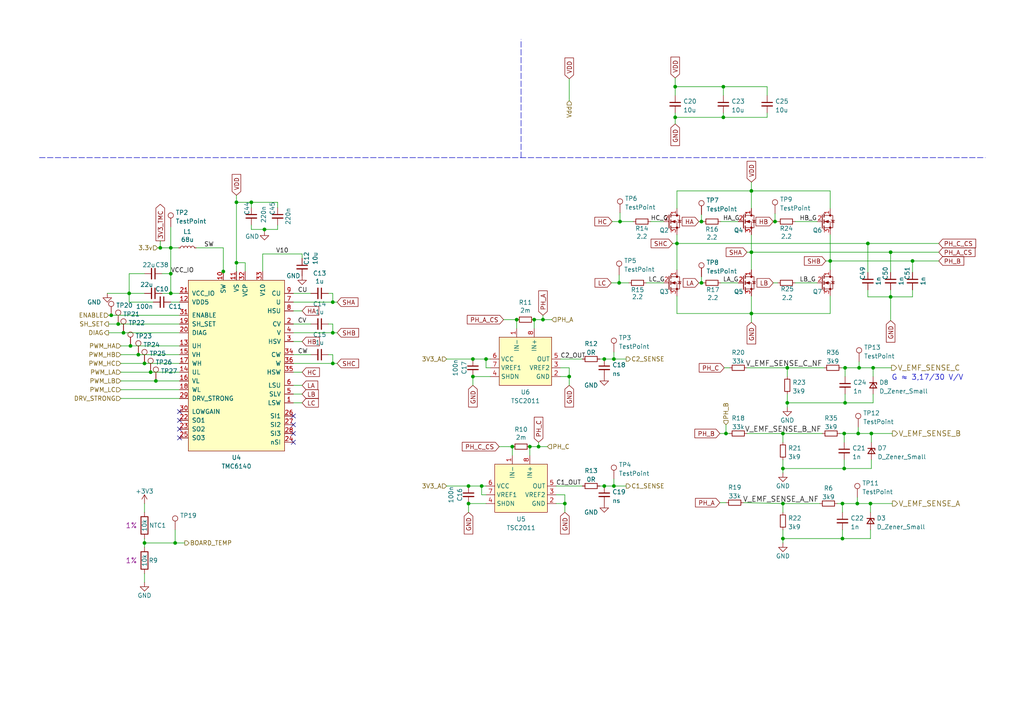
<source format=kicad_sch>
(kicad_sch (version 20211123) (generator eeschema)
  (paper "A4")
  (lib_symbols
    (symbol "Connector:TestPoint" (pin_numbers hide) (pin_names (offset 0.762) hide)
      (property "Reference" "TP" (at 0 6.858 0))
      (property "Value" "TestPoint" (at 0 5.08 0))
      (symbol "TestPoint_1_1"
        (pin passive line (at 0 0 90) (length 2.54) (name "1") (number "1"))
      )
    )
    (symbol "Device:C_Small" (pin_numbers hide) (pin_names (offset 0.254) hide)
      (property "Reference" "C" (at 0.254 1.778 0))
      (property "Value" "C_Small" (at 0.254 -2.032 0))
      (symbol "C_Small_1_1"
        (pin passive line (at 0 2.54 270) (length 2.032) (name "~") (number "1"))
        (pin passive line (at 0 -2.54 90) (length 2.032) (name "~") (number "2"))
      )
    )
    (symbol "Device:D_Zener_Small" (pin_numbers hide) (pin_names (offset 0.254) hide)
      (property "Reference" "D" (at 0 2.286 0))
      (property "Value" "D_Zener_Small" (at 0 -2.286 0))
      (symbol "D_Zener_Small_1_1"
        (pin passive line (at -2.54 0 0) (length 1.778) (name "K") (number "1"))
        (pin passive line (at 2.54 0 180) (length 1.778) (name "A") (number "2"))
      )
    )
    (symbol "Device:L_Small" (pin_numbers hide) (pin_names (offset 0.254) hide)
      (property "Reference" "L" (at 0.762 1.016 0))
      (property "Value" "L_Small" (at 0.762 -1.016 0))
      (symbol "L_Small_1_1"
        (pin passive line (at 0 2.54 270) (length 0.508) (name "~") (number "1"))
        (pin passive line (at 0 -2.54 90) (length 0.508) (name "~") (number "2"))
      )
    )
    (symbol "Device:R_Small" (pin_numbers hide) (pin_names (offset 0.254) hide)
      (property "Reference" "R" (at 0.762 0.508 0))
      (property "Value" "R_Small" (at 0.762 -1.016 0))
      (symbol "R_Small_1_1"
        (pin passive line (at 0 2.54 270) (length 0.762) (name "~") (number "1"))
        (pin passive line (at 0 -2.54 90) (length 0.762) (name "~") (number "2"))
      )
    )
    (symbol "MotCtrl-rescue:+3.3V" (power) (pin_names (offset 0))
      (property "Value" "+3.3V" (at 0 3.556 0))
      (symbol "+3.3V_1_1"
        (pin power_in line (at 0 0 90) (length 0) hide (name "+3V3") (number "1"))
      )
    )
    (symbol "MotCtrl-rescue:GND" (power) (pin_names (offset 0))
      (property "Value" "GND" (at 0 -3.81 0))
      (symbol "GND_1_1"
        (pin power_in line (at 0 0 270) (length 0) hide (name "GND") (number "1"))
      )
    )
    (symbol "MotCtrl-rescue:R" (pin_numbers hide) (pin_names (offset 0))
      (property "Reference" "R" (at 2.032 0 90))
      (property "Value" "R" (at 0 0 90))
      (symbol "R_1_1"
        (pin passive line (at 0 3.81 270) (length 1.27) (name "~") (number "1"))
        (pin passive line (at 0 -3.81 90) (length 1.27) (name "~") (number "2"))
      )
    )
    (symbol "MyLibrary:NMOS_Small" (pin_names (offset 0) hide)
      (property "Reference" "Q" (at 5.08 1.27 0))
      (property "Value" "MyLibrary_NMOS_Small" (at 5.08 -1.27 0))
      (symbol "NMOS_Small_1_1"
        (pin passive line (at 2.54 3.81 270) (length 2.286) (name "D") (number "1"))
        (pin input line (at -1.27 0 0) (length 1.524) (name "G") (number "2"))
        (pin passive line (at 2.54 -3.81 90) (length 2.286) (name "S") (number "3"))
      )
    )
    (symbol "MyLibrary_PMSM:TMC6140" (pin_names (offset 1.016))
      (property "Reference" "U4" (at 0 -27.2542 0))
      (property "Value" "TMC6140" (at 0 -29.5656 0))
      (symbol "TMC6140_1_1"
        (pin input line (at 16.51 -11.43 180) (length 2.54) (name "LSW") (number "1"))
        (pin input line (at -3.81 26.67 270) (length 2.54) (name "SW") (number "10"))
        (pin input line (at 0 26.67 270) (length 2.54) (name "VS") (number "11"))
        (pin input line (at -16.51 17.78 0) (length 2.54) (name "VDD5") (number "12"))
        (pin input line (at -16.51 5.08 0) (length 2.54) (name "UH") (number "13"))
        (pin input line (at -16.51 -2.54 0) (length 2.54) (name "UL") (number "14"))
        (pin input line (at -16.51 2.54 0) (length 2.54) (name "VH") (number "15"))
        (pin input line (at -16.51 -5.08 0) (length 2.54) (name "VL") (number "16"))
        (pin input line (at -16.51 0 0) (length 2.54) (name "WH") (number "17"))
        (pin input line (at -16.51 -7.62 0) (length 2.54) (name "WL") (number "18"))
        (pin input line (at -16.51 11.43 0) (length 2.54) (name "SH_SET") (number "19"))
        (pin input line (at 16.51 11.43 180) (length 2.54) (name "CV") (number "2"))
        (pin input line (at -16.51 8.89 0) (length 2.54) (name "DIAG") (number "20"))
        (pin input line (at -16.51 20.32 0) (length 2.54) (name "VCC_IO") (number "21"))
        (pin input line (at -16.51 -16.51 0) (length 2.54) (name "SO1") (number "22"))
        (pin input line (at -16.51 -19.05 0) (length 2.54) (name "SO2") (number "23"))
        (pin input line (at 16.51 -22.86 180) (length 2.54) (name "nSI") (number "24"))
        (pin input line (at -16.51 -21.59 0) (length 2.54) (name "SO3") (number "25"))
        (pin input line (at 16.51 -15.24 180) (length 2.54) (name "SI1") (number "26"))
        (pin input line (at 16.51 -17.78 180) (length 2.54) (name "SI2") (number "27"))
        (pin input line (at 16.51 -20.32 180) (length 2.54) (name "SI3") (number "28"))
        (pin input line (at -16.51 -10.16 0) (length 2.54) (name "DRV_STRONG") (number "29"))
        (pin input line (at 16.51 6.35 180) (length 2.54) (name "HSV") (number "3"))
        (pin input line (at -16.51 -13.97 0) (length 2.54) (name "LOWGAIN") (number "30"))
        (pin input line (at -16.51 13.97 0) (length 2.54) (name "ENABLE") (number "31"))
        (pin input line (at 2.54 26.67 270) (length 2.54) (name "VCP") (number "32"))
        (pin input line (at 7.62 26.67 270) (length 2.54) (name "V10") (number "33"))
        (pin input line (at 16.51 2.54 180) (length 2.54) (name "CW") (number "34"))
        (pin input line (at 16.51 -2.54 180) (length 2.54) (name "HSW") (number "35"))
        (pin input line (at 16.51 0 180) (length 2.54) (name "W") (number "36"))
        (pin input line (at 16.51 8.89 180) (length 2.54) (name "V") (number "4"))
        (pin input line (at 16.51 -8.89 180) (length 2.54) (name "SLV") (number "5"))
        (pin input line (at 16.51 -6.35 180) (length 2.54) (name "LSU") (number "6"))
        (pin input line (at 16.51 17.78 180) (length 2.54) (name "U") (number "7"))
        (pin input line (at 16.51 15.24 180) (length 2.54) (name "HSU") (number "8"))
        (pin input line (at 16.51 20.32 180) (length 2.54) (name "CU") (number "9"))
      )
    )
    (symbol "MyLibrary_PMSM:TSC2011"
      (property "Reference" "U" (at 6.35 5.08 0))
      (property "Value" "TSC2011" (at 0 -11.43 0))
      (symbol "TSC2011_1_1"
        (pin input line (at -2.54 6.35 270) (length 2.54) (name "IN-") (number "1"))
        (pin input line (at 10.16 -7.62 180) (length 2.54) (name "GND") (number "2"))
        (pin input line (at 10.16 -5.08 180) (length 2.54) (name "VREF2") (number "3"))
        (pin input line (at -10.16 -7.62 0) (length 2.54) (name "SHDN") (number "4"))
        (pin input line (at 10.16 -2.54 180) (length 2.54) (name "OUT") (number "5"))
        (pin input line (at -10.16 -2.54 0) (length 2.54) (name "VCC") (number "6"))
        (pin input line (at -10.16 -5.08 0) (length 2.54) (name "VREF1") (number "7"))
        (pin input line (at 2.54 6.35 270) (length 2.54) (name "IN+") (number "8"))
      )
    )
    (symbol "power:GND" (power) (pin_names (offset 0))
      (property "Value" "GND" (at 0 -3.81 0))
      (symbol "GND_1_1"
        (pin power_in line (at 0 0 270) (length 0) hide (name "GND") (number "1"))
      )
    )
  )
  (junction (at 68.58 76.2))
  (junction (at 196.342 70.612))
  (junction (at 140.97 104.14))
  (junction (at 203.454 64.262))
  (junction (at 248.92 125.73))
  (junction (at 137.16 104.14))
  (junction (at 244.348 156.21))
  (junction (at 35.814 96.52))
  (junction (at 209.804 25.146))
  (junction (at 76.708 66.548))
  (junction (at 178.054 104.14))
  (junction (at 68.58 58.674))
  (junction (at 41.91 157.48))
  (junction (at 175.26 104.14))
  (junction (at 165.1 109.22))
  (junction (at 179.832 64.262))
  (junction (at 252.476 146.05))
  (junction (at 175.26 140.97))
  (junction (at 41.91 105.41))
  (junction (at 139.7 140.97))
  (junction (at 264.668 75.692))
  (junction (at 43.688 107.95))
  (junction (at 148.59 129.54))
  (junction (at 252.73 125.73))
  (junction (at 224.79 64.262))
  (junction (at 258.318 86.106))
  (junction (at 227.076 125.73))
  (junction (at 210.566 125.73))
  (junction (at 149.86 92.71))
  (junction (at 253.238 106.68))
  (junction (at 32.258 91.44))
  (junction (at 153.67 129.54))
  (junction (at 179.578 82.042))
  (junction (at 72.898 58.674))
  (junction (at 135.89 140.97))
  (junction (at 157.48 92.71))
  (junction (at 96.52 105.41))
  (junction (at 37.465 85.09))
  (junction (at 50.8 157.48))
  (junction (at 163.83 146.05))
  (junction (at 45.212 110.49))
  (junction (at 64.77 78.74))
  (junction (at 244.856 135.89))
  (junction (at 248.666 146.05))
  (junction (at 49.53 79.375))
  (junction (at 217.932 90.932))
  (junction (at 96.52 96.52))
  (junction (at 34.29 93.98))
  (junction (at 37.846 100.33))
  (junction (at 217.932 55.372))
  (junction (at 49.53 71.882))
  (junction (at 156.21 129.54))
  (junction (at 227.076 146.05))
  (junction (at 245.11 106.68))
  (junction (at 203.454 82.042))
  (junction (at 258.318 73.152))
  (junction (at 217.932 73.152))
  (junction (at 209.804 34.036))
  (junction (at 227.076 135.89))
  (junction (at 96.52 87.63))
  (junction (at 251.714 70.612))
  (junction (at 228.346 116.84))
  (junction (at 195.834 34.036))
  (junction (at 49.53 85.09))
  (junction (at 249.174 106.68))
  (junction (at 244.856 125.73))
  (junction (at 195.834 25.146))
  (junction (at 137.16 109.22))
  (junction (at 240.792 75.692))
  (junction (at 245.11 116.84))
  (junction (at 40.132 102.87))
  (junction (at 244.348 146.05))
  (junction (at 178.054 140.97))
  (junction (at 154.94 92.71))
  (junction (at 46.482 71.882))
  (junction (at 135.89 146.05))
  (junction (at 228.346 106.68))
  (junction (at 227.076 156.21))
  (no_connect (at 85.09 120.65))
  (no_connect (at 52.07 121.92))
  (no_connect (at 52.07 119.38))
  (no_connect (at 85.09 128.27))
  (no_connect (at 52.07 124.46))
  (no_connect (at 85.09 123.19))
  (no_connect (at 52.07 127))
  (no_connect (at 85.09 125.73))
  (polyline (pts (xy 151.13 45.72) (xy 151.13 11.43)))
  (wire (pts (xy 228.346 116.84) (xy 228.346 118.11)))
  (wire (pts (xy 68.58 58.674) (xy 72.898 58.674)))
  (wire (pts (xy 264.668 75.692) (xy 272.288 75.692)))
  (wire (pts (xy 31.496 91.44) (xy 32.258 91.44)))
  (wire (pts (xy 71.12 78.74) (xy 71.12 76.2)))
  (wire (pts (xy 209.804 25.146) (xy 195.834 25.146)))
  (wire (pts (xy 37.465 85.09) (xy 31.115 85.09)))
  (wire (pts (xy 46.482 71.882) (xy 49.53 71.882)))
  (wire (pts (xy 95.25 102.87) (xy 96.52 102.87)))
  (wire (pts (xy 244.348 153.67) (xy 244.348 156.21)))
  (wire (pts (xy 163.83 143.51) (xy 163.83 146.05)))
  (wire (pts (xy 72.898 65.278) (xy 72.898 66.548)))
  (wire (pts (xy 137.16 104.14) (xy 140.97 104.14)))
  (wire (pts (xy 35.052 110.49) (xy 45.212 110.49)))
  (wire (pts (xy 37.465 79.375) (xy 37.465 85.09)))
  (wire (pts (xy 227.076 135.89) (xy 244.856 135.89)))
  (wire (pts (xy 228.346 106.68) (xy 239.014 106.68)))
  (wire (pts (xy 177.292 82.042) (xy 179.578 82.042)))
  (wire (pts (xy 165.1 109.22) (xy 162.56 109.22)))
  (wire (pts (xy 80.518 65.278) (xy 80.518 66.548)))
  (wire (pts (xy 215.646 145.796) (xy 227.076 146.05)))
  (wire (pts (xy 227.076 156.21) (xy 227.076 157.48)))
  (wire (pts (xy 129.54 140.97) (xy 135.89 140.97)))
  (wire (pts (xy 49.53 71.882) (xy 51.816 71.882)))
  (wire (pts (xy 31.496 93.98) (xy 34.29 93.98)))
  (wire (pts (xy 35.052 100.33) (xy 37.846 100.33)))
  (wire (pts (xy 245.11 116.84) (xy 253.238 116.84)))
  (wire (pts (xy 96.52 93.98) (xy 96.52 96.52)))
  (wire (pts (xy 258.318 86.106) (xy 258.318 92.964)))
  (wire (pts (xy 252.476 146.05) (xy 252.476 148.59)))
  (wire (pts (xy 244.348 146.05) (xy 248.666 146.05)))
  (wire (pts (xy 163.83 146.05) (xy 163.83 148.59)))
  (wire (pts (xy 244.856 125.73) (xy 244.856 128.27)))
  (wire (pts (xy 165.1 109.22) (xy 165.1 111.76)))
  (wire (pts (xy 90.17 102.87) (xy 85.09 102.87)))
  (wire (pts (xy 49.53 85.09) (xy 46.99 85.09)))
  (wire (pts (xy 224.282 64.262) (xy 224.79 64.262)))
  (wire (pts (xy 203.962 64.262) (xy 203.454 64.262)))
  (wire (pts (xy 135.89 146.05) (xy 135.89 148.59)))
  (wire (pts (xy 32.258 91.44) (xy 52.07 91.44)))
  (wire (pts (xy 179.832 64.262) (xy 177.546 64.262)))
  (wire (pts (xy 64.77 71.882) (xy 64.77 78.74)))
  (wire (pts (xy 34.29 93.98) (xy 52.07 93.98)))
  (wire (pts (xy 239.522 75.692) (xy 240.792 75.692)))
  (wire (pts (xy 196.342 90.932) (xy 217.932 90.932)))
  (wire (pts (xy 175.26 140.97) (xy 178.054 140.97)))
  (wire (pts (xy 146.05 92.71) (xy 149.86 92.71)))
  (wire (pts (xy 217.932 90.932) (xy 240.792 90.932)))
  (wire (pts (xy 210.058 106.68) (xy 211.582 106.68)))
  (wire (pts (xy 85.09 105.41) (xy 96.52 105.41)))
  (wire (pts (xy 35.052 105.41) (xy 41.91 105.41)))
  (wire (pts (xy 258.318 86.106) (xy 264.668 86.106)))
  (wire (pts (xy 52.07 85.09) (xy 49.53 85.09)))
  (wire (pts (xy 248.666 146.05) (xy 252.476 146.05)))
  (wire (pts (xy 244.348 146.05) (xy 244.348 148.59)))
  (wire (pts (xy 253.238 114.3) (xy 253.238 116.84)))
  (wire (pts (xy 203.962 82.042) (xy 203.454 82.042)))
  (wire (pts (xy 64.77 78.74) (xy 64.77 78.994)))
  (wire (pts (xy 178.054 140.97) (xy 181.61 140.97)))
  (wire (pts (xy 142.24 106.68) (xy 140.97 106.68)))
  (wire (pts (xy 162.56 106.68) (xy 165.1 106.68)))
  (wire (pts (xy 85.09 90.17) (xy 87.63 90.17)))
  (wire (pts (xy 196.342 70.612) (xy 196.342 78.232)))
  (wire (pts (xy 245.11 114.3) (xy 245.11 116.84)))
  (polyline (pts (xy 11.43 45.72) (xy 285.75 45.72)))
  (wire (pts (xy 227.076 146.05) (xy 227.076 148.59)))
  (wire (pts (xy 224.79 64.262) (xy 225.552 64.262)))
  (wire (pts (xy 178.054 102.108) (xy 178.054 104.14)))
  (wire (pts (xy 252.476 146.05) (xy 258.826 146.05)))
  (wire (pts (xy 165.1 106.68) (xy 165.1 109.22)))
  (wire (pts (xy 196.342 68.072) (xy 196.342 70.612)))
  (wire (pts (xy 41.91 79.375) (xy 37.465 79.375)))
  (wire (pts (xy 178.054 104.14) (xy 181.61 104.14)))
  (wire (pts (xy 72.898 66.548) (xy 76.708 66.548)))
  (wire (pts (xy 245.11 106.68) (xy 245.11 109.22)))
  (wire (pts (xy 41.91 168.91) (xy 41.91 166.37)))
  (wire (pts (xy 248.92 125.73) (xy 252.73 125.73)))
  (wire (pts (xy 244.856 133.35) (xy 244.856 135.89)))
  (wire (pts (xy 41.91 157.48) (xy 50.8 157.48)))
  (wire (pts (xy 45.212 110.49) (xy 52.07 110.49)))
  (wire (pts (xy 85.09 116.84) (xy 87.63 116.84)))
  (wire (pts (xy 251.714 84.074) (xy 251.714 86.106)))
  (wire (pts (xy 227.076 146.05) (xy 237.744 146.05)))
  (wire (pts (xy 153.67 129.54) (xy 156.21 129.54)))
  (wire (pts (xy 35.052 102.87) (xy 40.132 102.87)))
  (wire (pts (xy 208.788 125.73) (xy 210.566 125.73)))
  (wire (pts (xy 183.642 64.262) (xy 179.832 64.262)))
  (wire (pts (xy 135.89 146.05) (xy 140.97 146.05)))
  (wire (pts (xy 157.48 91.44) (xy 157.48 92.71)))
  (wire (pts (xy 43.688 107.95) (xy 52.07 107.95)))
  (wire (pts (xy 49.53 87.63) (xy 52.07 87.63)))
  (wire (pts (xy 87.63 73.66) (xy 87.63 74.93)))
  (wire (pts (xy 46.482 69.85) (xy 46.482 71.882)))
  (wire (pts (xy 209.042 64.262) (xy 214.122 64.262)))
  (wire (pts (xy 224.282 82.042) (xy 225.552 82.042)))
  (wire (pts (xy 154.94 92.71) (xy 154.94 95.25)))
  (wire (pts (xy 258.318 73.152) (xy 272.288 73.152)))
  (wire (pts (xy 31.496 96.52) (xy 35.814 96.52)))
  (wire (pts (xy 224.79 61.976) (xy 224.79 64.262)))
  (wire (pts (xy 179.578 79.756) (xy 179.578 82.042)))
  (wire (pts (xy 244.856 125.73) (xy 248.92 125.73)))
  (wire (pts (xy 173.99 140.97) (xy 175.26 140.97)))
  (wire (pts (xy 209.804 32.766) (xy 209.804 34.036)))
  (wire (pts (xy 195.834 34.036) (xy 209.804 34.036)))
  (wire (pts (xy 195.834 32.766) (xy 195.834 34.036)))
  (wire (pts (xy 76.2 73.66) (xy 87.63 73.66)))
  (wire (pts (xy 37.465 85.09) (xy 41.91 85.09)))
  (wire (pts (xy 227.076 156.21) (xy 244.348 156.21)))
  (wire (pts (xy 244.094 106.68) (xy 245.11 106.68)))
  (wire (pts (xy 41.91 146.05) (xy 41.91 148.59)))
  (wire (pts (xy 240.792 68.072) (xy 240.792 75.692)))
  (wire (pts (xy 251.714 70.612) (xy 272.288 70.612)))
  (wire (pts (xy 228.346 106.68) (xy 228.346 109.22)))
  (wire (pts (xy 217.932 55.372) (xy 217.932 60.452)))
  (wire (pts (xy 165.1 22.86) (xy 165.1 29.21)))
  (wire (pts (xy 228.346 114.3) (xy 228.346 116.84)))
  (wire (pts (xy 163.83 146.05) (xy 161.29 146.05)))
  (wire (pts (xy 41.91 157.48) (xy 41.91 158.75)))
  (wire (pts (xy 264.668 84.074) (xy 264.668 86.106)))
  (wire (pts (xy 248.92 123.952) (xy 248.92 125.73)))
  (wire (pts (xy 195.072 70.612) (xy 196.342 70.612)))
  (wire (pts (xy 251.714 78.994) (xy 251.714 70.612)))
  (wire (pts (xy 227.076 125.73) (xy 227.076 128.27)))
  (wire (pts (xy 217.932 73.152) (xy 258.318 73.152)))
  (wire (pts (xy 217.932 55.372) (xy 240.792 55.372)))
  (wire (pts (xy 196.342 70.612) (xy 251.714 70.612)))
  (wire (pts (xy 161.29 140.97) (xy 168.91 140.97)))
  (wire (pts (xy 40.132 102.87) (xy 52.07 102.87)))
  (wire (pts (xy 203.454 80.264) (xy 203.454 82.042)))
  (wire (pts (xy 240.792 90.932) (xy 240.792 85.852)))
  (wire (pts (xy 72.898 58.674) (xy 72.898 60.198)))
  (wire (pts (xy 50.8 157.48) (xy 53.594 157.48)))
  (wire (pts (xy 139.7 140.97) (xy 140.97 140.97)))
  (wire (pts (xy 258.318 84.074) (xy 258.318 86.106)))
  (wire (pts (xy 227.076 153.67) (xy 227.076 156.21)))
  (wire (pts (xy 187.452 82.042) (xy 192.532 82.042)))
  (wire (pts (xy 46.99 79.375) (xy 49.53 79.375)))
  (wire (pts (xy 209.804 25.146) (xy 222.504 25.146)))
  (wire (pts (xy 85.09 96.52) (xy 96.52 96.52)))
  (wire (pts (xy 244.856 135.89) (xy 252.73 135.89)))
  (wire (pts (xy 49.53 65.786) (xy 49.53 71.882)))
  (wire (pts (xy 49.53 79.375) (xy 49.53 71.882)))
  (wire (pts (xy 96.52 85.09) (xy 96.52 87.63)))
  (wire (pts (xy 156.21 128.27) (xy 156.21 129.54)))
  (wire (pts (xy 216.662 125.73) (xy 227.076 125.73)))
  (wire (pts (xy 203.454 64.262) (xy 202.692 64.262)))
  (wire (pts (xy 252.73 133.35) (xy 252.73 135.89)))
  (wire (pts (xy 242.824 146.05) (xy 244.348 146.05)))
  (wire (pts (xy 76.708 66.548) (xy 80.518 66.548)))
  (wire (pts (xy 76.708 66.548) (xy 76.708 67.056)))
  (wire (pts (xy 230.632 82.042) (xy 236.982 82.042)))
  (wire (pts (xy 217.932 68.072) (xy 217.932 73.152)))
  (wire (pts (xy 209.804 34.036) (xy 222.504 34.036)))
  (wire (pts (xy 139.7 140.97) (xy 139.7 143.51)))
  (wire (pts (xy 148.59 129.54) (xy 148.59 132.08)))
  (wire (pts (xy 56.896 71.882) (xy 64.77 71.882)))
  (wire (pts (xy 209.804 25.146) (xy 209.804 27.686)))
  (wire (pts (xy 228.346 116.84) (xy 245.11 116.84)))
  (wire (pts (xy 35.052 115.57) (xy 52.07 115.57)))
  (wire (pts (xy 95.25 93.98) (xy 96.52 93.98)))
  (wire (pts (xy 217.932 85.852) (xy 217.932 90.932)))
  (wire (pts (xy 252.476 153.67) (xy 252.476 156.21)))
  (wire (pts (xy 162.56 104.14) (xy 168.91 104.14)))
  (wire (pts (xy 85.09 87.63) (xy 96.52 87.63)))
  (wire (pts (xy 68.58 56.642) (xy 68.58 58.674)))
  (wire (pts (xy 253.238 106.68) (xy 253.238 109.22)))
  (wire (pts (xy 243.586 125.73) (xy 244.856 125.73)))
  (wire (pts (xy 140.97 104.14) (xy 142.24 104.14)))
  (wire (pts (xy 85.09 111.76) (xy 87.63 111.76)))
  (wire (pts (xy 68.58 76.2) (xy 68.58 78.74)))
  (wire (pts (xy 179.832 61.722) (xy 179.832 64.262)))
  (wire (pts (xy 240.792 75.692) (xy 240.792 78.232)))
  (wire (pts (xy 240.792 55.372) (xy 240.792 60.452)))
  (wire (pts (xy 96.52 87.63) (xy 97.79 87.63)))
  (wire (pts (xy 217.932 93.472) (xy 217.932 90.932)))
  (wire (pts (xy 188.722 64.262) (xy 192.532 64.262)))
  (wire (pts (xy 140.97 143.51) (xy 139.7 143.51)))
  (wire (pts (xy 222.504 34.036) (xy 222.504 32.766)))
  (wire (pts (xy 37.846 100.33) (xy 52.07 100.33)))
  (wire (pts (xy 35.052 107.95) (xy 43.688 107.95)))
  (wire (pts (xy 71.12 76.2) (xy 68.58 76.2)))
  (wire (pts (xy 210.566 123.19) (xy 210.566 125.73)))
  (wire (pts (xy 210.566 125.73) (xy 211.582 125.73)))
  (wire (pts (xy 137.16 109.22) (xy 137.16 111.76)))
  (wire (pts (xy 227.076 125.73) (xy 238.506 125.73)))
  (wire (pts (xy 96.52 105.41) (xy 97.79 105.41)))
  (wire (pts (xy 95.25 85.09) (xy 96.52 85.09)))
  (wire (pts (xy 253.238 106.68) (xy 258.572 106.68)))
  (wire (pts (xy 96.52 102.87) (xy 96.52 105.41)))
  (wire (pts (xy 227.076 133.35) (xy 227.076 135.89)))
  (wire (pts (xy 96.52 96.52) (xy 97.79 96.52)))
  (wire (pts (xy 85.09 107.95) (xy 87.63 107.95)))
  (wire (pts (xy 154.94 92.71) (xy 157.48 92.71)))
  (wire (pts (xy 175.26 104.14) (xy 178.054 104.14)))
  (wire (pts (xy 44.45 87.63) (xy 37.465 87.63)))
  (wire (pts (xy 135.89 140.97) (xy 139.7 140.97)))
  (wire (pts (xy 90.17 93.98) (xy 85.09 93.98)))
  (wire (pts (xy 72.898 58.674) (xy 80.518 58.674)))
  (wire (pts (xy 41.91 156.21) (xy 41.91 157.48)))
  (wire (pts (xy 41.91 105.41) (xy 52.07 105.41)))
  (wire (pts (xy 227.076 135.89) (xy 227.076 137.16)))
  (wire (pts (xy 50.8 153.67) (xy 50.8 157.48)))
  (wire (pts (xy 195.834 25.146) (xy 195.834 27.686)))
  (wire (pts (xy 173.99 104.14) (xy 175.26 104.14)))
  (wire (pts (xy 153.67 129.54) (xy 153.67 132.08)))
  (wire (pts (xy 37.465 87.63) (xy 37.465 85.09)))
  (wire (pts (xy 196.342 85.852) (xy 196.342 90.932)))
  (wire (pts (xy 144.78 129.54) (xy 148.59 129.54)))
  (wire (pts (xy 258.318 73.152) (xy 258.318 78.994)))
  (wire (pts (xy 230.632 64.262) (xy 236.982 64.262)))
  (wire (pts (xy 252.73 125.73) (xy 258.826 125.73)))
  (wire (pts (xy 248.666 144.272) (xy 248.666 146.05)))
  (wire (pts (xy 195.834 22.606) (xy 195.834 25.146)))
  (wire (pts (xy 161.29 143.51) (xy 163.83 143.51)))
  (wire (pts (xy 264.668 78.994) (xy 264.668 75.692)))
  (wire (pts (xy 209.042 82.042) (xy 214.122 82.042)))
  (wire (pts (xy 245.11 106.68) (xy 249.174 106.68)))
  (wire (pts (xy 226.568 156.21) (xy 227.076 156.21)))
  (wire (pts (xy 251.714 86.106) (xy 258.318 86.106)))
  (wire (pts (xy 252.73 125.73) (xy 252.73 128.27)))
  (wire (pts (xy 76.2 73.66) (xy 76.2 78.74)))
  (wire (pts (xy 80.518 58.674) (xy 80.518 60.198)))
  (wire (pts (xy 217.932 52.832) (xy 217.932 55.372)))
  (wire (pts (xy 35.814 96.52) (xy 52.07 96.52)))
  (wire (pts (xy 68.58 58.674) (xy 68.58 76.2)))
  (wire (pts (xy 240.792 75.692) (xy 264.668 75.692)))
  (wire (pts (xy 85.09 99.06) (xy 87.63 99.06)))
  (wire (pts (xy 249.174 104.902) (xy 249.174 106.68)))
  (wire (pts (xy 129.54 104.14) (xy 137.16 104.14)))
  (wire (pts (xy 90.17 85.09) (xy 85.09 85.09)))
  (wire (pts (xy 140.97 104.14) (xy 140.97 106.68)))
  (wire (pts (xy 45.72 71.882) (xy 46.482 71.882)))
  (wire (pts (xy 137.16 109.22) (xy 142.24 109.22)))
  (wire (pts (xy 203.454 62.23) (xy 203.454 64.262)))
  (wire (pts (xy 196.342 60.452) (xy 196.342 55.372)))
  (wire (pts (xy 35.052 113.03) (xy 52.07 113.03)))
  (wire (pts (xy 203.454 82.042) (xy 202.692 82.042)))
  (wire (pts (xy 149.86 92.71) (xy 149.86 95.25)))
  (wire (pts (xy 178.054 138.938) (xy 178.054 140.97)))
  (wire (pts (xy 49.53 85.09) (xy 49.53 79.375)))
  (wire (pts (xy 216.662 106.68) (xy 228.346 106.68)))
  (wire (pts (xy 222.504 27.686) (xy 222.504 25.146)))
  (wire (pts (xy 156.21 129.54) (xy 158.75 129.54)))
  (wire (pts (xy 217.932 73.152) (xy 217.932 78.232)))
  (wire (pts (xy 216.662 73.152) (xy 217.932 73.152)))
  (wire (pts (xy 252.476 156.21) (xy 244.348 156.21)))
  (wire (pts (xy 249.174 106.68) (xy 253.238 106.68)))
  (wire (pts (xy 195.834 34.036) (xy 195.834 35.941)))
  (wire (pts (xy 157.48 92.71) (xy 160.02 92.71)))
  (wire (pts (xy 208.788 145.796) (xy 210.566 145.796)))
  (wire (pts (xy 85.09 114.3) (xy 87.63 114.3)))
  (wire (pts (xy 179.578 82.042) (xy 182.372 82.042)))
  (wire (pts (xy 196.342 55.372) (xy 217.932 55.372)))
  (text "G ≈ 3,17/30 V/V" (at 258.572 110.49 0) (effects (font (size 1.524 1.524)) (justify left bottom)))
  (label "V_EMF_SENSE_B_NF" (at 238.252 125.73 180) (effects (font (size 1.524 1.524))))
  (label "LB_G" (at 231.902 82.042 0))
  (label "HC_G" (at 188.722 64.262 0))
  (label "HB_G" (at 231.902 64.262 0))
  (label "CW" (at 86.36 102.87 0))
  (label "CV" (at 86.36 93.98 0))
  (label "C2_OUT" (at 162.56 104.14 0))
  (label "V_EMF_SENSE_A_NF" (at 237.49 146.05 180) (effects (font (size 1.524 1.524))))
  (label "LA_G" (at 209.677 82.042 0))
  (label "VCC_IO" (at 49.53 79.375 0))
  (label "CU" (at 86.36 85.09 0))
  (label "HA_G" (at 209.677 64.262 0))
  (label "SW" (at 59.182 71.882 0))
  (label "V10" (at 80.01 73.66 0))
  (label "C1_OUT" (at 161.29 140.97 0))
  (label "V_EMF_SENSE_C_NF" (at 238.506 106.68 180) (effects (font (size 1.524 1.524))))
  (label "LC_G" (at 188.087 82.042 0))
  (global_label "GND" (shape input) (at 165.1 111.76 270) (property "Intersheet References" "${INTERSHEET_REFS}" (effects hide)))
  (global_label "GND" (shape input) (at 163.83 148.59 270) (property "Intersheet References" "${INTERSHEET_REFS}" (effects hide)))
  (global_label "LC" (shape input) (at 87.63 116.84 0) (property "Intersheet References" "${INTERSHEET_REFS}" (effects hide)))
  (global_label "GND" (shape input) (at 217.932 93.472 270) (property "Intersheet References" "${INTERSHEET_REFS}" (effects hide)))
  (global_label "LB" (shape input) (at 224.282 82.042 180) (property "Intersheet References" "${INTERSHEET_REFS}" (effects hide)))
  (global_label "SHB" (shape input) (at 239.522 75.692 180) (property "Intersheet References" "${INTERSHEET_REFS}" (effects hide)))
  (global_label "SHC" (shape input) (at 195.072 70.612 180) (property "Intersheet References" "${INTERSHEET_REFS}" (effects hide)))
  (global_label "PH_A" (shape input) (at 157.48 91.44 90) (property "Intersheet References" "${INTERSHEET_REFS}" (effects hide)))
  (global_label "3V3_TMC" (shape output) (at 46.482 69.85 90) (property "Intersheet References" "${INTERSHEET_REFS}" (effects hide)))
  (global_label "LC" (shape input) (at 177.292 82.042 180) (property "Intersheet References" "${INTERSHEET_REFS}" (effects hide)))
  (global_label "SHA" (shape input) (at 216.662 73.152 180) (property "Intersheet References" "${INTERSHEET_REFS}" (effects hide)))
  (global_label "PH_A_CS" (shape input) (at 146.05 92.71 180) (property "Intersheet References" "${INTERSHEET_REFS}" (effects hide)))
  (global_label "GND" (shape input) (at 258.318 92.964 270) (property "Intersheet References" "${INTERSHEET_REFS}" (effects hide)))
  (global_label "GND" (shape input) (at 135.89 148.59 270) (property "Intersheet References" "${INTERSHEET_REFS}" (effects hide)))
  (global_label "SHA" (shape input) (at 97.79 87.63 0) (property "Intersheet References" "${INTERSHEET_REFS}" (effects hide)))
  (global_label "PH_A" (shape input) (at 208.788 145.796 180) (property "Intersheet References" "${INTERSHEET_REFS}" (effects hide)))
  (global_label "VDD" (shape input) (at 68.58 56.642 90) (property "Intersheet References" "${INTERSHEET_REFS}" (effects hide)))
  (global_label "PH_C" (shape input) (at 210.058 106.68 180) (property "Intersheet References" "${INTERSHEET_REFS}" (effects hide)))
  (global_label "HA" (shape input) (at 87.63 90.17 0) (property "Intersheet References" "${INTERSHEET_REFS}" (effects hide)))
  (global_label "LA" (shape input) (at 87.63 111.76 0) (property "Intersheet References" "${INTERSHEET_REFS}" (effects hide)))
  (global_label "LA" (shape input) (at 202.692 82.042 180) (property "Intersheet References" "${INTERSHEET_REFS}" (effects hide)))
  (global_label "GND" (shape input) (at 137.16 111.76 270) (property "Intersheet References" "${INTERSHEET_REFS}" (effects hide)))
  (global_label "HC" (shape input) (at 87.63 107.95 0) (property "Intersheet References" "${INTERSHEET_REFS}" (effects hide)))
  (global_label "PH_C_CS" (shape input) (at 272.288 70.612 0) (property "Intersheet References" "${INTERSHEET_REFS}" (effects hide)))
  (global_label "SHB" (shape input) (at 97.79 96.52 0) (property "Intersheet References" "${INTERSHEET_REFS}" (effects hide)))
  (global_label "HA" (shape input) (at 202.692 64.262 180) (property "Intersheet References" "${INTERSHEET_REFS}" (effects hide)))
  (global_label "PH_B" (shape input) (at 208.788 125.73 180) (property "Intersheet References" "${INTERSHEET_REFS}" (effects hide)))
  (global_label "SHC" (shape input) (at 97.79 105.41 0) (property "Intersheet References" "${INTERSHEET_REFS}" (effects hide)))
  (global_label "HC" (shape input) (at 177.546 64.262 180) (property "Intersheet References" "${INTERSHEET_REFS}" (effects hide)))
  (global_label "VDD" (shape input) (at 165.1 22.86 90) (property "Intersheet References" "${INTERSHEET_REFS}" (effects hide)))
  (global_label "LB" (shape input) (at 87.63 114.3 0) (property "Intersheet References" "${INTERSHEET_REFS}" (effects hide)))
  (global_label "PH_A_CS" (shape input) (at 272.288 73.152 0) (property "Intersheet References" "${INTERSHEET_REFS}" (effects hide)))
  (global_label "HB" (shape input) (at 87.63 99.06 0) (property "Intersheet References" "${INTERSHEET_REFS}" (effects hide)))
  (global_label "PH_B" (shape input) (at 272.288 75.692 0) (property "Intersheet References" "${INTERSHEET_REFS}" (effects hide)))
  (global_label "VDD" (shape input) (at 217.932 52.832 90) (property "Intersheet References" "${INTERSHEET_REFS}" (effects hide)))
  (global_label "HB" (shape input) (at 224.282 64.262 180) (property "Intersheet References" "${INTERSHEET_REFS}" (effects hide)))
  (global_label "VDD" (shape input) (at 195.834 22.606 90) (property "Intersheet References" "${INTERSHEET_REFS}" (effects hide)))
  (global_label "PH_C" (shape input) (at 156.21 128.27 90) (property "Intersheet References" "${INTERSHEET_REFS}" (effects hide)))
  (global_label "GND" (shape input) (at 195.834 35.941 270) (property "Intersheet References" "${INTERSHEET_REFS}" (effects hide)))
  (global_label "PH_C_CS" (shape input) (at 144.78 129.54 180) (property "Intersheet References" "${INTERSHEET_REFS}" (effects hide)))
  (hierarchical_label "PWM_HA" (shape input) (at 35.052 100.33 180))
  (hierarchical_label "DRV_STRONG" (shape input) (at 35.052 115.57 180))
  (hierarchical_label "DIAG" (shape output) (at 31.496 96.52 180))
  (hierarchical_label "3V3_A" (shape input) (at 129.54 104.14 180))
  (hierarchical_label "Vdd" (shape input) (at 165.1 29.21 270))
  (hierarchical_label "PH_A" (shape input) (at 160.02 92.71 0))
  (hierarchical_label "PWM_LC" (shape input) (at 35.052 113.03 180))
  (hierarchical_label "V_EMF_SENSE_B" (shape output) (at 258.826 125.73 0) (effects (font (size 1.524 1.524))))
  (hierarchical_label "ENABLE" (shape input) (at 31.496 91.44 180))
  (hierarchical_label "V_EMF_SENSE_C" (shape output) (at 258.572 106.68 0) (effects (font (size 1.524 1.524))))
  (hierarchical_label "3V3_A" (shape input) (at 129.54 140.97 180))
  (hierarchical_label "C1_SENSE" (shape output) (at 181.61 140.97 0))
  (hierarchical_label "PH_B" (shape input) (at 210.566 123.19 90))
  (hierarchical_label "PWM_HB" (shape input) (at 35.052 102.87 180))
  (hierarchical_label "PWM_LA" (shape input) (at 35.052 107.95 180))
  (hierarchical_label "PWM_HC" (shape input) (at 35.052 105.41 180))
  (hierarchical_label "V_EMF_SENSE_A" (shape output) (at 258.826 146.05 0) (effects (font (size 1.524 1.524))))
  (hierarchical_label "SH_SET" (shape output) (at 31.496 93.98 180))
  (hierarchical_label "BOARD_TEMP" (shape output) (at 53.594 157.48 0))
  (hierarchical_label "PH_C" (shape input) (at 158.75 129.54 0))
  (hierarchical_label "C2_SENSE" (shape output) (at 181.61 104.14 0))
  (hierarchical_label "PWM_LB" (shape input) (at 35.052 110.49 180))
  (hierarchical_label "3.3v" (shape input) (at 45.72 71.882 180))
  (symbol (lib_id "MyLibrary:NMOS_Small") (at 193.802 64.262 0) (unit 1)
    (property "Reference" "Q2" (at 191.262 66.802 0) (effects (justify left)))
    (property "Value" "BSC022N04LSATMA1" (effects hide))
    (property "Footprint" "MyLibrary:TDSON-8-6_copy" (effects hide))
    (property "Part" "BSC022N04LSATMA1 ------" (effects hide))
  )
  (symbol (lib_id "MyLibrary:NMOS_Small") (at 193.802 82.042 0) (unit 1)
    (property "Reference" "Q3" (at 191.262 84.582 0) (effects (justify left)))
    (property "Value" "BSC022N04LSATMA1" (effects hide))
    (property "Footprint" "MyLibrary:TDSON-8-6_copy" (effects hide))
    (property "Part" "BSC022N04LSATMA1 ------" (effects hide))
  )
  (symbol (lib_id "MyLibrary:NMOS_Small") (at 215.392 64.262 0) (unit 1)
    (property "Reference" "Q4" (at 212.852 66.802 0) (effects (justify left)))
    (property "Value" "BSC022N04LSATMA1" (effects hide))
    (property "Footprint" "MyLibrary:TDSON-8-6_copy" (effects hide))
    (property "Part" "BSC022N04LSATMA1 ------" (effects hide))
  )
  (symbol (lib_id "MyLibrary:NMOS_Small") (at 215.392 82.042 0) (unit 1)
    (property "Reference" "Q5" (at 212.852 84.582 0) (effects (justify left)))
    (property "Value" "BSC022N04LSATMA1" (effects hide))
    (property "Footprint" "MyLibrary:TDSON-8-6_copy" (effects hide))
    (property "Part" "BSC022N04LSATMA1 ------" (effects hide))
  )
  (symbol (lib_id "MyLibrary:NMOS_Small") (at 238.252 64.262 0) (unit 1)
    (property "Reference" "Q6" (at 235.712 66.802 0) (effects (justify left)))
    (property "Value" "BSC022N04LSATMA1" (effects hide))
    (property "Footprint" "MyLibrary:TDSON-8-6_copy" (effects hide))
    (property "Part" "BSC022N04LSATMA1 ------" (effects hide))
  )
  (symbol (lib_id "MyLibrary:NMOS_Small") (at 238.252 82.042 0) (unit 1)
    (property "Reference" "Q7" (at 235.712 84.582 0) (effects (justify left)))
    (property "Value" "BSC022N04LSATMA1" (effects hide))
    (property "Footprint" "MyLibrary:TDSON-8-6_copy" (effects hide))
    (property "Part" "BSC022N04LSATMA1 ------" (effects hide))
  )
  (symbol (lib_id "Device:R_Small") (at 228.092 64.262 270) (unit 1)
    (property "Reference" "R24" (at 228.092 66.2686 90))
    (property "Value" "2.2" (at 228.092 68.58 90))
    (property "Footprint" "Resistor_SMD:R_0603_1608Metric" (effects hide))
    (property "Part" "AC0603FR-072R2L" (effects hide))
  )
  (symbol (lib_id "Device:R_Small") (at 228.092 82.042 270) (unit 1)
    (property "Reference" "R25" (at 228.346 83.82 90))
    (property "Value" "2.2" (at 228.346 86.36 90))
    (property "Footprint" "Resistor_SMD:R_0603_1608Metric" (effects hide))
    (property "Part" "AC0603FR-072R2L" (effects hide))
  )
  (symbol (lib_id "Device:R_Small") (at 206.502 82.042 270) (unit 1)
    (property "Reference" "R17" (at 206.756 84.0486 90))
    (property "Value" "2.2" (at 206.756 86.36 90))
    (property "Footprint" "Resistor_SMD:R_0603_1608Metric" (effects hide))
    (property "Part" "AC0603FR-072R2L" (effects hide))
  )
  (symbol (lib_id "Device:R_Small") (at 206.502 64.262 270) (unit 1)
    (property "Reference" "R16" (at 206.502 66.5226 90))
    (property "Value" "2.2" (at 206.502 68.834 90))
    (property "Footprint" "Resistor_SMD:R_0603_1608Metric" (effects hide))
    (property "Part" "AC0603FR-072R2L" (effects hide))
  )
  (symbol (lib_id "Device:R_Small") (at 186.182 64.262 270) (unit 1)
    (property "Reference" "R14" (at 186.182 66.2686 90))
    (property "Value" "2.2" (at 186.182 68.58 90))
    (property "Footprint" "Resistor_SMD:R_0603_1608Metric" (effects hide))
    (property "Part" "AC0603FR-072R2L" (effects hide))
  )
  (symbol (lib_id "Device:R_Small") (at 184.912 82.042 270) (unit 1)
    (property "Reference" "R15" (at 184.912 84.074 90))
    (property "Value" "2.2" (at 184.912 86.106 90))
    (property "Footprint" "Resistor_SMD:R_0603_1608Metric" (effects hide))
    (property "Part" "AC0603FR-072R2L" (effects hide))
  )
  (symbol (lib_id "Device:C_Small") (at 92.71 85.09 270) (unit 1)
    (property "Reference" "C13" (at 92.71 79.2734 90))
    (property "Value" "1u" (at 92.71 81.5848 90))
    (property "Footprint" "Capacitor_SMD:C_0603_1608Metric" (effects hide))
    (property "Part" "CL10B105KA8NNNC" (effects hide))
  )
  (symbol (lib_id "Device:C_Small") (at 92.71 93.98 270) (unit 1)
    (property "Reference" "C14" (at 92.71 88.1634 90))
    (property "Value" "1u" (at 92.71 90.4748 90))
    (property "Footprint" "Capacitor_SMD:C_0603_1608Metric" (effects hide))
    (property "Part" "CL10B105KA8NNNC" (effects hide))
  )
  (symbol (lib_id "Device:C_Small") (at 92.71 102.87 270) (unit 1)
    (property "Reference" "C15" (at 92.71 97.0534 90))
    (property "Value" "1u" (at 92.71 99.3648 90))
    (property "Footprint" "Capacitor_SMD:C_0603_1608Metric" (effects hide))
    (property "Part" "CL10B105KA8NNNC" (effects hide))
  )
  (symbol (lib_id "Device:L_Small") (at 54.356 71.882 90) (unit 1)
    (property "Reference" "L1" (at 54.356 67.183 90))
    (property "Value" "68u" (at 54.356 69.4944 90))
    (property "Footprint" "Inductor_SMD:L_1210_3225Metric" (effects hide))
    (property "Part" "CBC3225T680KR" (effects hide))
  )
  (symbol (lib_id "Device:C_Small") (at 44.45 85.09 270) (unit 1)
    (property "Reference" "C10" (at 46.99 83.82 90))
    (property "Value" "22u" (at 42.545 82.55 90))
    (property "Footprint" "Capacitor_SMD:C_0603_1608Metric" (effects hide))
    (property "Part" "CL10A226MQ8NRNC" (effects hide))
  )
  (symbol (lib_id "power:GND") (at 31.115 85.09 0) (unit 1)
    (property "Reference" "#PWR010" (effects hide))
    (property "Value" "GND" (at 27.305 87.63 0))
  )
  (symbol (lib_id "Device:C_Small") (at 46.99 87.63 270) (unit 1)
    (property "Reference" "C11" (at 50.8 88.9 90))
    (property "Value" "100n" (at 41.91 88.9 90))
    (property "Footprint" "Capacitor_SMD:C_0402_1005Metric" (effects hide))
    (property "Part" "CL05B104KA5NNNC" (effects hide))
  )
  (symbol (lib_id "Device:R_Small") (at 151.13 129.54 270) (unit 1)
    (property "Reference" "R10" (at 151.13 124.5616 90))
    (property "Value" "2m" (at 151.13 126.873 90))
    (property "Footprint" "Resistor_SMD:R_2512_6332Metric" (effects hide))
    (property "Part" "gia prese" (effects hide))
  )
  (symbol (lib_id "Device:R_Small") (at 228.346 111.76 0) (unit 1)
    (property "Reference" "R23" (at 229.8446 110.9253 0) (effects (justify left)))
    (property "Value" "3k9" (at 229.8446 113.4622 0) (effects (justify left)))
    (property "Footprint" "Resistor_SMD:R_0603_1608Metric" (effects hide))
    (property "Part" "AC0603FR-073K9L" (effects hide))
  )
  (symbol (lib_id "Connector:TestPoint") (at 45.212 110.49 0) (unit 1)
    (property "Reference" "TP27" (at 46.609 107.6218 0) (effects (justify left)))
    (property "Value" "Testpoint" (effects hide))
    (property "Footprint" "MyLibrary:TestPoint_1.0mm" (effects hide))
  )
  (symbol (lib_id "Device:R_Small") (at 213.106 145.796 90) (unit 1)
    (property "Reference" "R19" (at 213.106 141.3596 90))
    (property "Value" "33k" (at 213.106 143.8965 90))
    (property "Footprint" "Resistor_SMD:R_0603_1608Metric" (effects hide))
    (property "Part" "AC0603FR-0733KL" (effects hide))
  )
  (symbol (lib_id "Device:C_Small") (at 80.518 62.738 0) (unit 1)
    (property "Reference" "C45" (at 78.994 60.452 90))
    (property "Value" "220n" (at 83.566 62.738 90))
    (property "Footprint" "Capacitor_SMD:C_0603_1608Metric" (effects hide))
    (property "Part" "CL10A224KB8NNNC" (effects hide))
  )
  (symbol (lib_id "Device:C_Small") (at 137.16 106.68 0) (unit 1)
    (property "Reference" "C17" (at 134.62 106.68 90))
    (property "Value" "100n" (at 132.08 106.68 90))
    (property "Footprint" "Capacitor_SMD:C_0402_1005Metric" (effects hide))
    (property "Part" "CL05B104KA5NNNC" (effects hide))
  )
  (symbol (lib_id "Device:C_Small") (at 175.26 143.51 0) (unit 1)
    (property "Reference" "C19" (at 177.5841 142.6816 0) (effects (justify left)))
    (property "Value" "ns" (at 177.5841 145.2185 0) (effects (justify left)))
    (property "Footprint" "Capacitor_SMD:C_0603_1608Metric" (effects hide))
  )
  (symbol (lib_id "Device:C_Small") (at 135.89 143.51 0) (unit 1)
    (property "Reference" "C16" (at 133.35 143.51 90))
    (property "Value" "100n" (at 130.81 143.51 90))
    (property "Footprint" "Capacitor_SMD:C_0402_1005Metric" (effects hide))
    (property "Part" "CL05B104KA5NNNC" (effects hide))
  )
  (symbol (lib_id "power:GND") (at 175.26 109.22 0) (unit 1)
    (property "Reference" "#PWR014" (effects hide))
    (property "Value" "GND" (at 171.45 111.76 0))
  )
  (symbol (lib_id "Device:R_Small") (at 227.076 130.81 0) (unit 1)
    (property "Reference" "R21" (at 228.5746 129.9753 0) (effects (justify left)))
    (property "Value" "3k9" (at 228.5746 132.5122 0) (effects (justify left)))
    (property "Footprint" "Resistor_SMD:R_0603_1608Metric" (effects hide))
    (property "Part" "AC0603FR-073K9L" (effects hide))
  )
  (symbol (lib_id "MyLibrary_PMSM:TSC2011") (at 151.13 138.43 0) (unit 1)
    (property "Reference" "U5" (at 151.13 150.5696 0))
    (property "Value" "TSC2011" (at 151.13 153.1065 0))
    (property "Footprint" "Package_SO:SOIC-8_3.9x4.9mm_P1.27mm" (effects hide))
    (property "Part" "TSC2011             ----" (effects hide))
  )
  (symbol (lib_id "MotCtrl-rescue:R") (at 41.91 152.4 0) (unit 1)
    (property "Reference" "NTC1" (at 45.72 152.4 0))
    (property "Value" "10k" (at 41.91 152.4 90))
    (property "Footprint" "Resistor_SMD:R_0603_1608Metric" (effects hide))
    (property " Tolerance" "1%" (at 38.1 152.4 0) (effects (font (size 1.524 1.524))))
    (property "Part" "NCU18XH103F60RB" (effects hide))
  )
  (symbol (lib_id "Device:R_Small") (at 214.122 125.73 90) (unit 1)
    (property "Reference" "R18" (at 214.122 121.2936 90))
    (property "Value" "33k" (at 214.122 123.8305 90))
    (property "Footprint" "Resistor_SMD:R_0603_1608Metric" (effects hide))
    (property "Part" "AC0603FR-0733KL" (effects hide))
  )
  (symbol (lib_id "Connector:TestPoint") (at 178.054 138.938 0) (unit 1)
    (property "Reference" "TP4" (at 179.451 134.8013 0) (effects (justify left)))
    (property "Value" "TestPoint" (at 179.451 137.3382 0) (effects (justify left)))
    (property "Footprint" "MyLibrary:TestPoint_1.0mm" (effects hide))
  )
  (symbol (lib_id "Device:C_Small") (at 258.318 81.534 0) (unit 1)
    (property "Reference" "C50" (at 256.794 79.248 90))
    (property "Value" "1n" (at 261.366 81.534 90))
    (property "Footprint" "Capacitor_SMD:C_0603_1608Metric" (effects hide))
    (property "Part" "CL10B102KB8NNNC" (effects hide))
  )
  (symbol (lib_id "Device:C_Small") (at 251.714 81.534 0) (unit 1)
    (property "Reference" "C49" (at 250.19 79.248 90))
    (property "Value" "1n" (at 254.762 81.534 90))
    (property "Footprint" "Capacitor_SMD:C_0603_1608Metric" (effects hide))
    (property "Part" "CL10B102KB8NNNC" (effects hide))
  )
  (symbol (lib_id "Device:C_Small") (at 195.834 30.226 0) (unit 1)
    (property "Reference" "C20" (at 198.1581 29.3976 0) (effects (justify left)))
    (property "Value" "10u" (at 198.1581 31.9345 0) (effects (justify left)))
    (property "Footprint" "Capacitor_SMD:C_1206_3216Metric" (effects hide))
    (property "Part" "CL31B106KBHNNNE" (effects hide))
  )
  (symbol (lib_id "MotCtrl-rescue:GND") (at 227.076 137.16 0) (unit 1)
    (property "Reference" "#PWR016" (effects hide))
    (property "Value" "GND" (at 227.076 140.97 0))
  )
  (symbol (lib_id "MyLibrary_PMSM:TMC6140") (at 68.58 105.41 0) (unit 1)
    (property "Reference" "U4" (at 68.58 132.7134 0))
    (property "Value" "TMC6140" (at 68.58 135.2503 0))
    (property "Footprint" "MyLibrary:TMC6140-LA" (effects hide))
    (property "Part" "TMC6140      ---------" (effects hide))
  )
  (symbol (lib_id "Connector:TestPoint") (at 34.29 93.98 0) (unit 1)
    (property "Reference" "TP21" (at 35.687 91.1118 0) (effects (justify left)))
    (property "Value" "Testpoint" (effects hide))
    (property "Footprint" "MyLibrary:TestPoint_1.0mm" (effects hide))
  )
  (symbol (lib_id "Device:D_Zener_Small") (at 252.73 130.81 270) (unit 1)
    (property "Reference" "D7" (at 254.508 129.9753 90) (effects (justify left)))
    (property "Value" "D_Zener_Small" (at 254.508 132.5122 90) (effects (justify left)))
    (property "Footprint" "Diode_SMD:D_SOD-123" (effects hide))
    (property "Part" "MMSZ5231B-7-F" (effects hide))
  )
  (symbol (lib_id "Connector:TestPoint") (at 203.454 62.23 0) (unit 1)
    (property "Reference" "TP7" (at 204.851 58.0933 0) (effects (justify left)))
    (property "Value" "TestPoint" (at 204.851 60.6302 0) (effects (justify left)))
    (property "Footprint" "MyLibrary:TestPoint_1.0mm" (effects hide))
  )
  (symbol (lib_id "Device:C_Small") (at 175.26 106.68 0) (unit 1)
    (property "Reference" "C18" (at 177.5841 105.8516 0) (effects (justify left)))
    (property "Value" "ns" (at 177.5841 108.3885 0) (effects (justify left)))
    (property "Footprint" "Capacitor_SMD:C_0603_1608Metric" (effects hide))
  )
  (symbol (lib_id "MotCtrl-rescue:GND") (at 227.076 157.48 0) (unit 1)
    (property "Reference" "#PWR017" (effects hide))
    (property "Value" "GND" (at 227.076 161.29 0))
  )
  (symbol (lib_id "Connector:TestPoint") (at 178.054 102.108 0) (unit 1)
    (property "Reference" "TP3" (at 179.451 97.9713 0) (effects (justify left)))
    (property "Value" "TestPoint" (at 179.451 100.5082 0) (effects (justify left)))
    (property "Footprint" "MyLibrary:TestPoint_1.0mm" (effects hide))
  )
  (symbol (lib_id "power:GND") (at 175.26 146.05 0) (unit 1)
    (property "Reference" "#PWR015" (effects hide))
    (property "Value" "GND" (at 171.45 148.59 0))
  )
  (symbol (lib_id "MyLibrary_PMSM:TSC2011") (at 152.4 101.6 0) (unit 1)
    (property "Reference" "U6" (at 152.4 113.7396 0))
    (property "Value" "TSC2011" (at 152.4 116.2765 0))
    (property "Footprint" "Package_SO:SOIC-8_3.9x4.9mm_P1.27mm" (effects hide))
    (property "Part" "TSC2011             ----" (effects hide))
  )
  (symbol (lib_id "MotCtrl-rescue:GND") (at 228.346 118.11 0) (unit 1)
    (property "Reference" "#PWR018" (effects hide))
    (property "Value" "GND" (at 228.346 121.92 0))
  )
  (symbol (lib_id "Connector:TestPoint") (at 32.258 91.44 0) (unit 1)
    (property "Reference" "TP20" (at 33.655 88.5718 0) (effects (justify left)))
    (property "Value" "Testpoint" (effects hide))
    (property "Footprint" "MyLibrary:TestPoint_1.0mm" (effects hide))
  )
  (symbol (lib_id "Device:C_Small") (at 245.11 111.76 0) (unit 1)
    (property "Reference" "C24" (at 247.4341 110.9316 0) (effects (justify left)))
    (property "Value" "1n" (at 247.4341 113.4685 0) (effects (justify left)))
    (property "Footprint" "Capacitor_SMD:C_0603_1608Metric" (effects hide))
    (property "Part" "CL10B102KB8NNNC" (effects hide))
  )
  (symbol (lib_id "Device:R_Small") (at 171.45 140.97 90) (unit 1)
    (property "Reference" "R13" (at 171.45 136.5336 90))
    (property "Value" "0R" (at 171.45 139.0705 90))
    (property "Footprint" "Resistor_SMD:R_0603_1608Metric" (effects hide))
  )
  (symbol (lib_id "Device:C_Small") (at 44.45 79.375 270) (unit 1)
    (property "Reference" "C38" (at 46.99 76.835 90))
    (property "Value" "22u" (at 43.18 76.835 90))
    (property "Footprint" "Capacitor_SMD:C_0603_1608Metric" (effects hide))
    (property "Part" "CL10A226MQ8NRNC" (effects hide))
  )
  (symbol (lib_id "Device:C_Small") (at 222.504 30.226 0) (unit 1)
    (property "Reference" "C25" (at 224.8281 29.3976 0) (effects (justify left)))
    (property "Value" "10u" (at 224.8281 31.9345 0) (effects (justify left)))
    (property "Footprint" "Capacitor_SMD:C_1206_3216Metric" (effects hide))
    (property "Part" "CL31B106KBHNNNE" (effects hide))
  )
  (symbol (lib_id "Connector:TestPoint") (at 248.666 144.272 0) (unit 1)
    (property "Reference" "TP11" (at 250.063 140.1353 0) (effects (justify left)))
    (property "Value" "TestPoint" (at 250.063 142.6722 0) (effects (justify left)))
    (property "Footprint" "MyLibrary:TestPoint_1.0mm" (effects hide))
  )
  (symbol (lib_id "MotCtrl-rescue:GND") (at 41.91 168.91 0) (unit 1)
    (property "Reference" "#PWR012" (effects hide))
    (property "Value" "GND" (at 41.91 172.72 0))
  )
  (symbol (lib_id "Device:R_Small") (at 241.046 125.73 90) (unit 1)
    (property "Reference" "R35" (at 241.046 121.2936 90))
    (property "Value" "3k9" (at 241.046 123.8305 90))
    (property "Footprint" "Resistor_SMD:R_0603_1608Metric" (effects hide))
    (property "Part" "AC0603FR-073K9L" (effects hide))
  )
  (symbol (lib_id "Connector:TestPoint") (at 40.132 102.87 0) (unit 1)
    (property "Reference" "TP24" (at 41.529 100.0018 0) (effects (justify left)))
    (property "Value" "Testpoint" (effects hide))
    (property "Footprint" "MyLibrary:TestPoint_1.0mm" (effects hide))
  )
  (symbol (lib_id "Connector:TestPoint") (at 37.846 100.33 0) (unit 1)
    (property "Reference" "TP23" (at 39.243 97.4618 0) (effects (justify left)))
    (property "Value" "Testpoint" (effects hide))
    (property "Footprint" "MyLibrary:TestPoint_1.0mm" (effects hide))
  )
  (symbol (lib_id "Device:C_Small") (at 209.804 30.226 0) (unit 1)
    (property "Reference" "C23" (at 212.1281 29.3976 0) (effects (justify left)))
    (property "Value" "10u" (at 212.1281 31.9345 0) (effects (justify left)))
    (property "Footprint" "Capacitor_SMD:C_1206_3216Metric" (effects hide))
    (property "Part" "CL31B106KBHNNNE" (effects hide))
  )
  (symbol (lib_id "Device:C_Small") (at 244.856 130.81 0) (unit 1)
    (property "Reference" "C21" (at 247.1801 129.9816 0) (effects (justify left)))
    (property "Value" "1n" (at 247.1801 132.5185 0) (effects (justify left)))
    (property "Footprint" "Capacitor_SMD:C_0603_1608Metric" (effects hide))
    (property "Part" "CL10B102KB8NNNC" (effects hide))
  )
  (symbol (lib_id "Device:R_Small") (at 241.554 106.68 90) (unit 1)
    (property "Reference" "R36" (at 241.554 102.2436 90))
    (property "Value" "3k9" (at 241.554 104.7805 90))
    (property "Footprint" "Resistor_SMD:R_0603_1608Metric" (effects hide))
    (property "Part" "AC0603FR-073K9L" (effects hide))
  )
  (symbol (lib_id "Connector:TestPoint") (at 50.8 153.67 0) (unit 1)
    (property "Reference" "TP19" (at 52.197 149.5333 0) (effects (justify left)))
    (property "Value" "TestPoint" (effects hide))
    (property "Footprint" "MyLibrary:TestPoint_1.0mm" (effects hide))
  )
  (symbol (lib_id "Device:R_Small") (at 171.45 104.14 90) (unit 1)
    (property "Reference" "R12" (at 171.45 99.7036 90))
    (property "Value" "0R" (at 171.45 102.2405 90))
    (property "Footprint" "Resistor_SMD:R_0603_1608Metric" (effects hide))
  )
  (symbol (lib_id "Connector:TestPoint") (at 248.92 123.952 0) (unit 1)
    (property "Reference" "TP12" (at 250.317 119.8153 0) (effects (justify left)))
    (property "Value" "TestPoint" (at 250.317 122.3522 0) (effects (justify left)))
    (property "Footprint" "MyLibrary:TestPoint_1.0mm" (effects hide))
  )
  (symbol (lib_id "Device:C_Small") (at 72.898 62.738 0) (unit 1)
    (property "Reference" "C44" (at 71.628 60.452 90))
    (property "Value" "220n" (at 76.454 62.23 90))
    (property "Footprint" "Capacitor_SMD:C_0603_1608Metric" (effects hide))
    (property "Part" "CL10A224KB8NNNC" (effects hide))
  )
  (symbol (lib_id "power:GND") (at 76.708 67.056 0) (unit 1)
    (property "Reference" "#PWR0105" (effects hide))
    (property "Value" "GND" (at 73.152 68.58 0))
  )
  (symbol (lib_id "Connector:TestPoint") (at 249.174 104.902 0) (unit 1)
    (property "Reference" "TP13" (at 250.571 100.7653 0) (effects (justify left)))
    (property "Value" "TestPoint" (at 250.571 103.3022 0) (effects (justify left)))
    (property "Footprint" "MyLibrary:TestPoint_1.0mm" (effects hide))
  )
  (symbol (lib_id "Connector:TestPoint") (at 35.814 96.52 0) (unit 1)
    (property "Reference" "TP22" (at 37.211 93.6518 0) (effects (justify left)))
    (property "Value" "Testpoint" (effects hide))
    (property "Footprint" "MyLibrary:TestPoint_1.0mm" (effects hide))
  )
  (symbol (lib_id "Connector:TestPoint") (at 179.578 79.756 0) (unit 1)
    (property "Reference" "TP5" (at 180.975 75.6193 0) (effects (justify left)))
    (property "Value" "TestPoint" (at 180.975 78.1562 0) (effects (justify left)))
    (property "Footprint" "MyLibrary:TestPoint_1.0mm" (effects hide))
  )
  (symbol (lib_id "Connector:TestPoint") (at 43.688 107.95 0) (unit 1)
    (property "Reference" "TP26" (at 45.085 105.0818 0) (effects (justify left)))
    (property "Value" "Testpoint" (effects hide))
    (property "Footprint" "MyLibrary:TestPoint_1.0mm" (effects hide))
  )
  (symbol (lib_id "Device:D_Zener_Small") (at 253.238 111.76 270) (unit 1)
    (property "Reference" "D8" (at 255.016 110.9253 90) (effects (justify left)))
    (property "Value" "D_Zener_Small" (at 255.016 113.4622 90) (effects (justify left)))
    (property "Footprint" "Diode_SMD:D_SOD-123" (effects hide))
    (property "Part" "MMSZ5231B-7-F" (effects hide))
  )
  (symbol (lib_id "MotCtrl-rescue:R") (at 41.91 162.56 0) (unit 1)
    (property "Reference" "R9" (at 44.45 162.56 0))
    (property "Value" "10k" (at 41.91 162.56 90))
    (property "Footprint" "Resistor_SMD:R_0603_1608Metric" (effects hide))
    (property " Tolerance" "1%" (at 38.1 162.56 0) (effects (font (size 1.524 1.524))))
    (property "Part" "AC0603FR-0710KL" (effects hide))
  )
  (symbol (lib_id "Device:C_Small") (at 264.668 81.534 0) (unit 1)
    (property "Reference" "C51" (at 263.144 79.248 90))
    (property "Value" "1n" (at 267.716 81.534 90))
    (property "Footprint" "Capacitor_SMD:C_0603_1608Metric" (effects hide))
    (property "Part" "CL10B102KB8NNNC" (effects hide))
  )
  (symbol (lib_id "Connector:TestPoint") (at 203.454 80.264 0) (unit 1)
    (property "Reference" "TP8" (at 204.851 76.1273 0) (effects (justify left)))
    (property "Value" "TestPoint" (at 204.851 78.6642 0) (effects (justify left)))
    (property "Footprint" "MyLibrary:TestPoint_1.0mm" (effects hide))
  )
  (symbol (lib_id "Connector:TestPoint") (at 179.832 61.722 0) (unit 1)
    (property "Reference" "TP6" (at 181.229 57.5853 0) (effects (justify left)))
    (property "Value" "TestPoint" (at 181.229 60.1222 0) (effects (justify left)))
    (property "Footprint" "MyLibrary:TestPoint_1.0mm" (effects hide))
  )
  (symbol (lib_id "Device:R_Small") (at 152.4 92.71 270) (unit 1)
    (property "Reference" "R11" (at 152.4 87.7316 90))
    (property "Value" "2m" (at 152.4 90.043 90))
    (property "Footprint" "Resistor_SMD:R_2512_6332Metric" (effects hide))
    (property "Part" "gia prese" (effects hide))
  )
  (symbol (lib_id "Device:C_Small") (at 87.63 77.47 0) (unit 1)
    (property "Reference" "C12" (at 88.9 74.93 90))
    (property "Value" "10u" (at 91.44 74.93 90))
    (property "Footprint" "Capacitor_SMD:C_0603_1608Metric" (effects hide))
    (property "Part" "CL21A106KOQNNNG" (effects hide))
  )
  (symbol (lib_id "Device:R_Small") (at 240.284 146.05 90) (unit 1)
    (property "Reference" "R6" (at 240.284 141.6136 90))
    (property "Value" "3k9" (at 240.284 144.1505 90))
    (property "Footprint" "Resistor_SMD:R_0603_1608Metric" (effects hide))
    (property "Part" "AC0603FR-073K9L" (effects hide))
  )
  (symbol (lib_id "power:GND") (at 87.63 80.01 0) (unit 1)
    (property "Reference" "#PWR013" (effects hide))
    (property "Value" "GND" (at 85.09 80.01 0))
  )
  (symbol (lib_id "MotCtrl-rescue:+3.3V") (at 41.91 146.05 0) (unit 1)
    (property "Reference" "#PWR011" (effects hide))
    (property "Value" "+3.3V" (at 41.91 142.494 0))
  )
  (symbol (lib_id "Device:D_Zener_Small") (at 252.476 151.13 270) (unit 1)
    (property "Reference" "D3" (at 254.254 150.2953 90) (effects (justify left)))
    (property "Value" "D_Zener_Small" (at 254.254 152.8322 90) (effects (justify left)))
    (property "Footprint" "Diode_SMD:D_SOD-123" (effects hide))
    (property "Part" "MMSZ5231B-7-F" (effects hide))
  )
  (symbol (lib_id "Connector:TestPoint") (at 224.79 61.976 0) (unit 1)
    (property "Reference" "TP9" (at 226.187 57.8393 0) (effects (justify left)))
    (property "Value" "TestPoint" (at 226.187 60.3762 0) (effects (justify left)))
    (property "Footprint" "MyLibrary:TestPoint_1.0mm" (effects hide))
  )
  (symbol (lib_id "Device:R_Small") (at 227.076 151.13 0) (unit 1)
    (property "Reference" "R22" (at 228.5746 150.2953 0) (effects (justify left)))
    (property "Value" "3k9" (at 228.5746 152.8322 0) (effects (justify left)))
    (property "Footprint" "Resistor_SMD:R_0603_1608Metric" (effects hide))
    (property "Part" "AC0603FR-073K9L" (effects hide))
  )
  (symbol (lib_id "Connector:TestPoint") (at 41.91 105.41 0) (unit 1)
    (property "Reference" "TP25" (at 43.307 102.5418 0) (effects (justify left)))
    (property "Value" "Testpoint" (effects hide))
    (property "Footprint" "MyLibrary:TestPoint_1.0mm" (effects hide))
  )
  (symbol (lib_id "Device:C_Small") (at 244.348 151.13 0) (unit 1)
    (property "Reference" "C22" (at 246.6721 150.3016 0) (effects (justify left)))
    (property "Value" "1n" (at 246.6721 152.8385 0) (effects (justify left)))
    (property "Footprint" "Capacitor_SMD:C_0603_1608Metric" (effects hide))
    (property "Part" "CL10B102KB8NNNC" (effects hide))
  )
  (symbol (lib_id "Connector:TestPoint") (at 49.53 65.786 0) (unit 1)
    (property "Reference" "TP2" (at 50.927 61.6493 0) (effects (justify left)))
    (property "Value" "TestPoint" (at 50.927 64.1862 0) (effects (justify left)))
    (property "Footprint" "MyLibrary:TestPoint_1.0mm" (effects hide))
  )
  (symbol (lib_id "Device:R_Small") (at 214.122 106.68 90) (unit 1)
    (property "Reference" "R20" (at 214.122 102.2436 90))
    (property "Value" "33k" (at 214.122 104.7805 90))
    (property "Footprint" "Resistor_SMD:R_0603_1608Metric" (effects hide))
    (property "Part" "AC0603FR-0733KL" (effects hide))
  )
)
</source>
